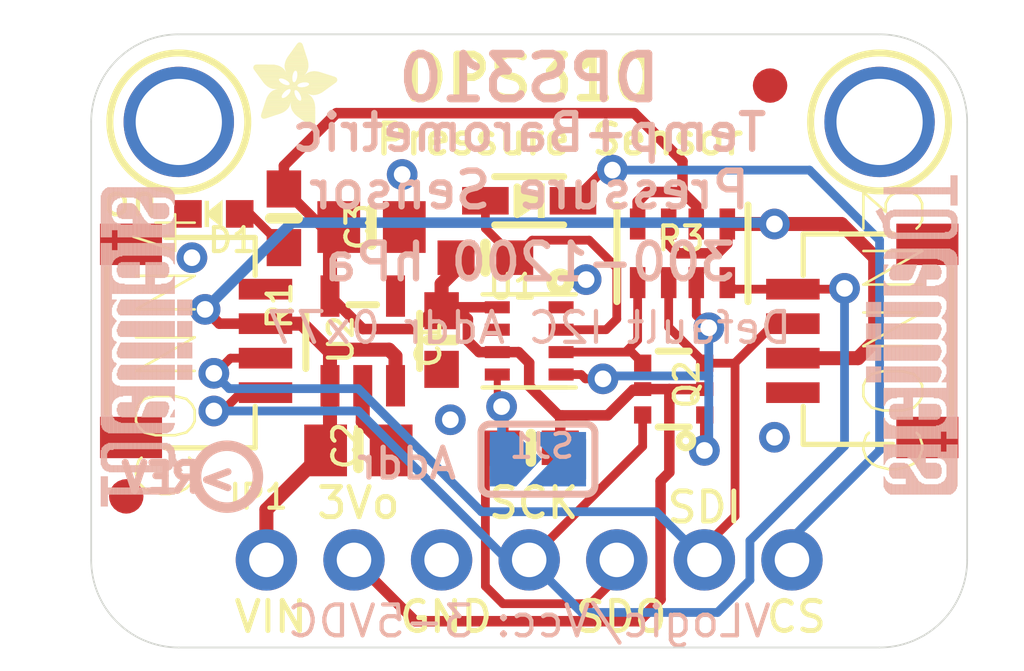
<source format=kicad_pcb>
(kicad_pcb (version 20211014) (generator pcbnew)
  (layers (0 "F.Cu" signal) (31 "B.Cu" signal) (34 "B.Paste" user) (35 "F.Paste" user) (36 "B.SilkS" user "B.Silkscreen") (37 "F.SilkS" user "F.Silkscreen") (38 "B.Mask" user) (39 "F.Mask" user) (44 "Edge.Cuts" user))
  (net 0 "")
  (net 1 "GND")
  (net 2 "3.3V")
  (net 3 "VCC")
  (net 4 "N$1")
  (net 5 "SDI_3V")
  (net 6 "SCK_3V")
  (net 7 "CS_3V")
  (net 8 "SDO/ADR")
  (net 9 "SDI/SDA")
  (net 10 "SCK/SCL")
  (net 11 "CS")
  (footprint "boardEagle:ADAFRUIT_2.5MM" (layer "F.Cu") (at 140.5001 98.7806)
    (fp_text reference "U$4" hide)
    (fp_text value "" hide)
  )
  (footprint "boardEagle:RESPACK_4X0603" (layer "F.Cu") (at 152.9461 102.4636 180)
    (fp_text reference "R3" (at -0.711 0.432) (layer "F.SilkS") (effects (font (size 0.692831 0.692831) (thickness 0.119969)) (justify right)))
    (fp_text value "10K")
    (pad "1" smd rect (at -1.3 0.85 180) (size 0.45 0.9) (layers "F.Cu" "F.Paste" "F.Mask") (net 3 "VCC"))
    (pad "2" smd rect (at -0.4 0.85 180) (size 0.45 0.9) (layers "F.Cu" "F.Paste" "F.Mask") (net 2 "3.3V"))
    (pad "3" smd rect (at 0.4 0.85 180) (size 0.45 0.9) (layers "F.Cu" "F.Paste" "F.Mask") (net 3 "VCC"))
    (pad "4" smd rect (at 1.3 0.85 180) (size 0.45 0.9) (layers "F.Cu" "F.Paste" "F.Mask") (net 2 "3.3V"))
    (pad "5" smd rect (at 1.3 -0.85 180) (size 0.45 0.9) (layers "F.Cu" "F.Paste" "F.Mask") (net 5 "SDI_3V"))
    (pad "6" smd rect (at 0.4 -0.85 180) (size 0.45 0.9) (layers "F.Cu" "F.Paste" "F.Mask") (net 9 "SDI/SDA"))
    (pad "7" smd rect (at -0.4 -0.85 180) (size 0.45 0.9) (layers "F.Cu" "F.Paste" "F.Mask") (net 6 "SCK_3V"))
    (pad "8" smd rect (at -1.3 -0.85 180) (size 0.45 0.9) (layers "F.Cu" "F.Paste" "F.Mask") (net 10 "SCK/SCL"))
  )
  (footprint "boardEagle:0805-NO" (layer "F.Cu") (at 143.9291 101.7016)
    (fp_text reference "C3" (at -0.381 -0.762 90) (layer "F.SilkS") (effects (font (size 0.692831 0.692831) (thickness 0.119969)) (justify right)))
    (fp_text value "10uF")
    (pad "1" smd rect (at -0.95 0) (size 1.24 1.5) (layers "F.Cu" "F.Paste" "F.Mask") (net 2 "3.3V"))
    (pad "2" smd rect (at 0.95 0) (size 1.24 1.5) (layers "F.Cu" "F.Paste" "F.Mask") (net 1 "GND"))
  )
  (footprint "" (layer "F.Cu") (at 138.3411 111.3536)
    (fp_text reference "@HOLE0" hide)
    (fp_text value "" (at 0 0) (layer "F.SilkS") (effects (font (size 1.27 1.27))))
    (pad "" np_thru_hole circle (at 0 0) (size 2.54 2.54) (drill 2.54) (layers *.Cu *.Mask))
  )
  (footprint "boardEagle:1X07_ROUND_70" (layer "F.Cu") (at 148.5011 111.3536)
    (fp_text reference "JP1" (at -8.9662 -1.8288) (layer "F.SilkS") (effects (font (size 0.692831 0.692831) (thickness 0.119969)) (justify left)))
    (fp_text value "")
    (pad "1" thru_hole circle (at -7.62 0 90) (size 1.778 1.778) (drill 1) (layers *.Cu *.Mask) (net 3 "VCC"))
    (pad "2" thru_hole circle (at -5.08 0 90) (size 1.778 1.778) (drill 1) (layers *.Cu *.Mask) (net 2 "3.3V"))
    (pad "3" thru_hole circle (at -2.54 0 90) (size 1.778 1.778) (drill 1) (layers *.Cu *.Mask) (net 1 "GND"))
    (pad "4" thru_hole circle (at 0 0 90) (size 1.778 1.778) (drill 1) (layers *.Cu *.Mask) (net 10 "SCK/SCL"))
    (pad "5" thru_hole circle (at 2.54 0 90) (size 1.778 1.778) (drill 1) (layers *.Cu *.Mask) (net 8 "SDO/ADR"))
    (pad "6" thru_hole circle (at 5.08 0 90) (size 1.778 1.778) (drill 1) (layers *.Cu *.Mask) (net 9 "SDI/SDA"))
    (pad "7" thru_hole circle (at 7.62 0 90) (size 1.778 1.778) (drill 1) (layers *.Cu *.Mask) (net 11 "CS"))
  )
  (footprint "boardEagle:FIDUCIAL_1MM" (layer "F.Cu") (at 136.8171 109.5121)
    (fp_text reference "FID3" hide)
    (fp_text value "FIDUCIAL_1MM" hide)
    (pad "1" smd roundrect (at 0 0) (size 1 1) (layers "F.Cu" "F.Mask") (roundrect_rratio 0.5))
  )
  (footprint "boardEagle:0805-NO" (layer "F.Cu") (at 143.5481 108.1786)
    (fp_text reference "C2" (at -0.381 -0.889 90) (layer "F.SilkS") (effects (font (size 0.692831 0.692831) (thickness 0.119969)) (justify right)))
    (fp_text value "10uF")
    (pad "1" smd rect (at -0.95 0) (size 1.24 1.5) (layers "F.Cu" "F.Paste" "F.Mask") (net 3 "VCC"))
    (pad "2" smd rect (at 0.95 0) (size 1.24 1.5) (layers "F.Cu" "F.Paste" "F.Mask") (net 1 "GND"))
  )
  (footprint "boardEagle:SOT363" (layer "F.Cu") (at 152.6921 106.4006 90)
    (fp_text reference "Q2" (at -0.635 0.381 90) (layer "F.SilkS") (effects (font (size 0.692831 0.692831) (thickness 0.119969)) (justify left)))
    (fp_text value "BSS138")
    (pad "1" smd rect (at -0.75 0.9 90) (size 0.5 0.5) (layers "F.Cu" "F.Paste" "F.Mask") (net 6 "SCK_3V"))
    (pad "2" smd rect (at 0 0.9 90) (size 0.4 0.5) (layers "F.Cu" "F.Paste" "F.Mask") (net 2 "3.3V"))
    (pad "3" smd rect (at 0.75 0.9 90) (size 0.5 0.5) (layers "F.Cu" "F.Paste" "F.Mask") (net 9 "SDI/SDA"))
    (pad "4" smd rect (at 0.75 -0.9 90) (size 0.5 0.5) (layers "F.Cu" "F.Paste" "F.Mask") (net 5 "SDI_3V"))
    (pad "5" smd rect (at 0 -0.9 90) (size 0.4 0.5) (layers "F.Cu" "F.Paste" "F.Mask") (net 2 "3.3V"))
    (pad "6" smd rect (at -0.75 -0.9 90) (size 0.5 0.5) (layers "F.Cu" "F.Paste" "F.Mask") (net 10 "SCK/SCL"))
  )
  (footprint "boardEagle:SOT23-5" (layer "F.Cu") (at 143.6751 105.0036)
    (fp_text reference "U2" (at -0.635 -0.816 90) (layer "F.SilkS") (effects (font (size 0.692831 0.692831) (thickness 0.119969)) (justify right)))
    (fp_text value "AP2112K-3.3")
    (pad "1" smd rect (at -0.95 1.3001) (size 0.55 1.2) (layers "F.Cu" "F.Paste" "F.Mask") (net 3 "VCC"))
    (pad "2" smd rect (at 0 1.3001) (size 0.55 1.2) (layers "F.Cu" "F.Paste" "F.Mask") (net 1 "GND"))
    (pad "3" smd rect (at 0.95 1.3001) (size 0.55 1.2) (layers "F.Cu" "F.Paste" "F.Mask") (net 3 "VCC"))
    (pad "4" smd rect (at 0.95 -1.3001) (size 0.55 1.2) (layers "F.Cu" "F.Paste" "F.Mask"))
    (pad "5" smd rect (at -0.95 -1.3001) (size 0.55 1.2) (layers "F.Cu" "F.Paste" "F.Mask") (net 2 "3.3V"))
  )
  (footprint "" (layer "F.Cu") (at 158.6611 111.3536)
    (fp_text reference "@HOLE1" hide)
    (fp_text value "" (at 0 0) (layer "F.SilkS") (effects (font (size 1.27 1.27))))
    (pad "" np_thru_hole circle (at 0 0) (size 2.54 2.54) (drill 2.54) (layers *.Cu *.Mask))
  )
  (footprint "boardEagle:0603-NO" (layer "F.Cu") (at 145.9611 104.9782 -90)
    (fp_text reference "C1" (at -0.635 0.381 90) (layer "F.SilkS") (effects (font (size 0.692831 0.692831) (thickness 0.119969)) (justify right)))
    (fp_text value "0.1uF")
    (pad "1" smd rect (at -0.85 0 270) (size 1.075 1) (layers "F.Cu" "F.Paste" "F.Mask") (net 2 "3.3V"))
    (pad "2" smd rect (at 0.85 0 270) (size 1.075 1) (layers "F.Cu" "F.Paste" "F.Mask") (net 1 "GND"))
  )
  (footprint "boardEagle:0603-NO" (layer "F.Cu") (at 148.5519 108.1024)
    (fp_text reference "R4" hide)
    (fp_text value "10K")
    (pad "1" smd rect (at -0.85 0) (size 1.075 1) (layers "F.Cu" "F.Paste" "F.Mask") (net 8 "SDO/ADR"))
    (pad "2" smd rect (at 0.85 0) (size 1.075 1) (layers "F.Cu" "F.Paste" "F.Mask") (net 2 "3.3V"))
  )
  (footprint "boardEagle:JST_SH4" (layer "F.Cu") (at 138.3411 105.0036 -90)
    (fp_text reference "CONN4" (at -3.965 0.323 90) (layer "F.SilkS") (effects (font (size 1.703222 1.703222) (thickness 0.074778)) (justify right)))
    (fp_text value "STEMMA_I2C_QT" hide)
    (pad "1" smd rect (at -1.5 -2.514) (size 1.55 0.6) (layers "F.Cu" "F.Paste" "F.Mask") (net 1 "GND"))
    (pad "2" smd rect (at -0.5 -2.514) (size 1.55 0.6) (layers "F.Cu" "F.Paste" "F.Mask") (net 3 "VCC"))
    (pad "3" smd rect (at 0.5 -2.514) (size 1.55 0.6) (layers "F.Cu" "F.Paste" "F.Mask") (net 9 "SDI/SDA"))
    (pad "4" smd rect (at 1.5 -2.514) (size 1.55 0.6) (layers "F.Cu" "F.Paste" "F.Mask") (net 10 "SCK/SCL"))
    (pad "MT1" smd rect (at -2.8 1.386) (size 1.8 1.2) (layers "F.Cu" "F.Paste" "F.Mask"))
    (pad "MT2" smd rect (at 2.8 1.386) (size 1.8 1.2) (layers "F.Cu" "F.Paste" "F.Mask"))
  )
  (footprint "boardEagle:FIDUCIAL_1MM" (layer "F.Cu") (at 155.4861 97.5995)
    (fp_text reference "FID4" hide)
    (fp_text value "FIDUCIAL_1MM" hide)
    (pad "1" smd roundrect (at 0 0) (size 1 1) (layers "F.Cu" "F.Mask") (roundrect_rratio 0.5))
  )
  (footprint "boardEagle:0603-NO" (layer "F.Cu") (at 147.2311 102.5906 180)
    (fp_text reference "R5" hide)
    (fp_text value "10K")
    (pad "1" smd rect (at -0.85 0 180) (size 1.075 1) (layers "F.Cu" "F.Paste" "F.Mask") (net 7 "CS_3V"))
    (pad "2" smd rect (at 0.85 0 180) (size 1.075 1) (layers "F.Cu" "F.Paste" "F.Mask") (net 2 "3.3V"))
  )
  (footprint "boardEagle:CHIPLED_0603_NOOUTLINE" (layer "F.Cu") (at 139.3571 101.3206 90)
    (fp_text reference "D1" (at -0.762 1.27) (layer "F.SilkS") (effects (font (size 0.692831 0.692831) (thickness 0.119969)) (justify right)))
    (fp_text value "GREEN")
    (pad "A" smd rect (at 0 0.75 90) (size 0.8 0.8) (layers "F.Cu" "F.Paste" "F.Mask") (net 4 "N$1"))
    (pad "C" smd rect (at 0 -0.75 90) (size 0.8 0.8) (layers "F.Cu" "F.Paste" "F.Mask") (net 1 "GND"))
  )
  (footprint "boardEagle:0603-NO" (layer "F.Cu") (at 141.3891 101.4476 -90)
    (fp_text reference "R1" (at 1.778 0.127 90) (layer "F.SilkS") (effects (font (size 0.692831 0.692831) (thickness 0.119969)) (justify right)))
    (fp_text value "10K")
    (pad "1" smd rect (at -0.85 0 270) (size 1.075 1) (layers "F.Cu" "F.Paste" "F.Mask") (net 2 "3.3V"))
    (pad "2" smd rect (at 0.85 0 270) (size 1.075 1) (layers "F.Cu" "F.Paste" "F.Mask") (net 4 "N$1"))
  )
  (footprint "boardEagle:SOD-323" (layer "F.Cu") (at 148.5011 100.9396 180)
    (fp_text reference "D2" hide)
    (fp_text value "1N4148")
    (pad "A" smd rect (at 1.27 0 180) (size 1.35 0.8) (layers "F.Cu" "F.Paste" "F.Mask") (net 7 "CS_3V"))
    (pad "C" smd rect (at -1.27 0 180) (size 1.35 0.8) (layers "F.Cu" "F.Paste" "F.Mask") (net 11 "CS"))
  )
  (footprint "boardEagle:MOUNTINGHOLE_2.5_PLATED" (layer "F.Cu") (at 158.6611 98.6536)
    (fp_text reference "U$17" hide)
    (fp_text value "MOUNTINGHOLE2.5" hide)
    (pad "P$1" thru_hole circle (at 0 0) (size 3.2 3.2) (drill 2.5) (layers *.Cu *.Mask))
  )
  (footprint "boardEagle:MOUNTINGHOLE_2.5_PLATED" (layer "F.Cu") (at 138.3411 98.6536)
    (fp_text reference "U$1" hide)
    (fp_text value "MOUNTINGHOLE2.5" hide)
    (pad "P$1" thru_hole circle (at 0 0) (size 3.2 3.2) (drill 2.5) (layers *.Cu *.Mask))
  )
  (footprint "boardEagle:JST_SH4" (layer "F.Cu") (at 158.6611 105.0036 90)
    (fp_text reference "CONN3" (at -4.092 0.45 90) (layer "F.SilkS") (effects (font (size 1.703222 1.703222) (thickness 0.074778)) (justify left)))
    (fp_text value "STEMMA_I2C_QT" hide)
    (pad "1" smd rect (at -1.5 -2.514 180) (size 1.55 0.6) (layers "F.Cu" "F.Paste" "F.Mask") (net 1 "GND"))
    (pad "2" smd rect (at -0.5 -2.514 180) (size 1.55 0.6) (layers "F.Cu" "F.Paste" "F.Mask") (net 3 "VCC"))
    (pad "3" smd rect (at 0.5 -2.514 180) (size 1.55 0.6) (layers "F.Cu" "F.Paste" "F.Mask") (net 9 "SDI/SDA"))
    (pad "4" smd rect (at 1.5 -2.514 180) (size 1.55 0.6) (layers "F.Cu" "F.Paste" "F.Mask") (net 10 "SCK/SCL"))
    (pad "MT1" smd rect (at -2.8 1.386 180) (size 1.8 1.2) (layers "F.Cu" "F.Paste" "F.Mask"))
    (pad "MT2" smd rect (at 2.8 1.386 180) (size 1.8 1.2) (layers "F.Cu" "F.Paste" "F.Mask"))
  )
  (footprint "boardEagle:BMX280_COMBO" (layer "F.Cu") (at 148.5011 105.0036)
    (fp_text reference "U1" (at -1.26 -1.568) (layer "F.SilkS") (effects (font (size 0.692831 0.692831) (thickness 0.119969)) (justify left)))
    (fp_text value "")
    (pad "1" smd rect (at 0.925 -0.975) (size 0.725 0.35) (layers "F.Cu" "F.Paste" "F.Mask") (net 1 "GND"))
    (pad "2" smd rect (at 0.925 -0.325) (size 0.725 0.35) (layers "F.Cu" "F.Paste" "F.Mask") (net 7 "CS_3V"))
    (pad "3" smd rect (at 0.925 0.325) (size 0.725 0.35) (layers "F.Cu" "F.Paste" "F.Mask") (net 5 "SDI_3V"))
    (pad "4" smd rect (at 0.925 0.975) (size 0.725 0.35) (layers "F.Cu" "F.Paste" "F.Mask") (net 6 "SCK_3V"))
    (pad "5" smd rect (at -0.925 0.975) (size 0.725 0.35) (layers "F.Cu" "F.Paste" "F.Mask") (net 8 "SDO/ADR"))
    (pad "6" smd rect (at -0.925 0.325) (size 0.725 0.35) (layers "F.Cu" "F.Paste" "F.Mask") (net 2 "3.3V"))
    (pad "7" smd rect (at -0.925 -0.325) (size 0.725 0.35) (layers "F.Cu" "F.Paste" "F.Mask") (net 1 "GND"))
    (pad "8" smd rect (at -0.925 -0.975) (size 0.725 0.35) (layers "F.Cu" "F.Paste" "F.Mask") (net 2 "3.3V"))
  )
  (footprint "boardEagle:STEMMAQT" (layer "B.Cu") (at 158.2801 109.4486 90)
    (fp_text reference "U$30" hide)
    (fp_text value "" hide)
  )
  (footprint "boardEagle:SOLDERJUMPER_ARROW_NOPASTE" (layer "B.Cu") (at 148.7551 108.4326)
    (fp_text reference "SJ1" (at -0.889 -0.381) (layer "B.SilkS") (effects (font (size 0.692831 0.692831) (thickness 0.119969)) (justify right mirror)))
    (fp_text value "")
    (fp_poly (pts (xy 1.3946 -0.7882) (xy -0.315893 -0.7882) (xy 0.443148 0) (xy -0.315893 0.7882) (xy 1.3946 0.7882)) (layer "B.Cu") (width 0) (fill solid))
    (fp_poly (pts (xy 0.106121 -0.002663) (xy -0.679416 -0.7882) (xy -1.3946 -0.7882) (xy -1.3946 0.7882) (xy -0.62715 0.7882)) (layer "B.Cu") (width 0) (fill solid))
    (pad "1" smd roundrect (at -1.016 0) (size 0.762 1.524) (layers "B.Cu") (net 8 "SDO/ADR"))
    (pad "2" smd roundrect (at 1.016 0) (size 0.762 1.524) (layers "B.Cu") (net 1 "GND"))
  )
  (footprint "boardEagle:PCBFEAT-REV-040" (layer "B.Cu") (at 139.7381 108.9406 180)
    (fp_text reference "U$25" hide)
    (fp_text value "" hide)
    (fp_text user ">REV" (at -0.3556 -0.508) (layer "B.SilkS") (effects (font (size 0.8128 0.8128) (thickness 0.2032)) (justify left bottom mirror)))
  )
  (footprint "boardEagle:STEMMAQT" (layer "B.Cu") (at 138.7221 100.5586 -90)
    (fp_text reference "U$31" hide)
    (fp_text value "" hide)
  )
  (gr_arc (start 135.8011 98.6536) (mid 136.545049 96.857549) (end 138.3411 96.1136) (layer "Edge.Cuts") (width 0.05))
  (gr_line (start 158.6611 96.1136) (end 138.3411 96.1136) (layer "Edge.Cuts") (width 0.05))
  (gr_arc (start 138.3411 113.8936) (mid 136.545049 113.149651) (end 135.8011 111.3536) (layer "Edge.Cuts") (width 0.05))
  (gr_line (start 138.3411 113.8936) (end 158.6611 113.8936) (layer "Edge.Cuts") (width 0.05))
  (gr_arc (start 161.2011 111.3536) (mid 160.457151 113.149651) (end 158.6611 113.8936) (layer "Edge.Cuts") (width 0.05))
  (gr_line (start 135.8011 98.6536) (end 135.8011 111.3536) (layer "Edge.Cuts") (width 0.05))
  (gr_arc (start 158.6611 96.1136) (mid 160.457151 96.857549) (end 161.2011 98.6536) (layer "Edge.Cuts") (width 0.05))
  (gr_line (start 161.2011 111.3536) (end 161.2011 98.6536) (layer "Edge.Cuts") (width 0.05))
  (gr_text "Default I2C Addr 0x77" (at 148.5011 104.6226) (layer "B.SilkS") (effects (font (size 0.89408 0.89408) (thickness 0.12192)) (justify mirror)))
  (gr_text "VLogic/Vcc: 3-5VDC" (at 148.5011 113.1316) (layer "B.SilkS") (effects (font (size 0.89408 0.89408) (thickness 0.12192)) (justify mirror)))
  (gr_text "Temp+Barometric\nPressure Sensor" (at 148.5011 99.7966) (layer "B.SilkS") (effects (font (size 1.03632 1.03632) (thickness 0.18288)) (justify mirror)))
  (gr_text "300-1200 hPa" (at 148.5011 102.7176) (layer "B.SilkS") (effects (font (size 1.03632 1.03632) (thickness 0.18288)) (justify mirror)))
  (gr_text "Addr" (at 144.9451 108.5596) (layer "B.SilkS") (effects (font (size 0.8636 0.8636) (thickness 0.1524)) (justify mirror)))
  (gr_text "DPS310" (at 148.5011 97.3836) (layer "B.SilkS") (effects (font (size 1.2954 1.2954) (thickness 0.2286)) (justify mirror)))
  (gr_text "GND" (at 146.0881 113.0046) (layer "F.SilkS") (effects (font (size 0.87376 0.87376) (thickness 0.14224))))
  (gr_text "SCK" (at 148.6281 109.7026) (layer "F.SilkS") (effects (font (size 0.87376 0.87376) (thickness 0.14224))))
  (gr_text "VIN" (at 141.0081 113.0046) (layer "F.SilkS") (effects (font (size 0.87376 0.87376) (thickness 0.14224))))
  (gr_text "SDI" (at 153.5811 109.8296) (layer "F.SilkS") (effects (font (size 0.87376 0.87376) (thickness 0.14224))))
  (gr_text "DPS310" (at 148.5011 97.3836) (layer "F.SilkS") (effects (font (size 1.25222 1.25222) (thickness 0.22098))))
  (gr_text "Pressure Sensor" (at 149.3901 99.1616) (layer "F.SilkS") (effects (font (size 0.8636 0.8636) (thickness 0.1524))))
  (gr_text "on" (at 136.0551 101.4476) (layer "F.SilkS") (effects (font (size 0.89408 0.89408) (thickness 0.12192)) (justify left bottom)))
  (gr_text "CS" (at 156.2481 113.0046) (layer "F.SilkS") (effects (font (size 0.87376 0.87376) (thickness 0.14224))))
  (gr_text "3Vo" (at 143.5481 109.7026) (layer "F.SilkS") (effects (font (size 0.87376 0.87376) (thickness 0.14224))))
  (gr_text "SDO" (at 151.1681 113.0046) (layer "F.SilkS") (effects (font (size 0.87376 0.87376) (thickness 0.14224))))
  (segment (start 143.6751 107.3556) (end 144.4981 108.1786) (width 0.4064) (layer "F.Cu") (net 1))
  (segment (start 143.6751 106.3037) (end 143.6751 107.3556) (width 0.4064) (layer "F.Cu") (net 1))
  (via (at 146.2151 107.2896) (size 0.889) (drill 0.4826) (layers "F.Cu" "B.Cu") (net 1))
  (via (at 150.1521 103.2256) (size 0.889) (drill 0.4826) (layers "F.Cu" "B.Cu") (net 1))
  (via (at 144.8181 100.1776) (size 0.889) (drill 0.4826) (layers "F.Cu" "B.Cu") (net 1))
  (via (at 155.6131 107.7976) (size 0.889) (drill 0.4826) (layers "F.Cu" "B.Cu") (net 1))
  (via (at 138.7221 102.5906) (size 0.889) (drill 0.4826) (layers "F.Cu" "B.Cu") (net 1))
  (segment (start 146.4827 104.1282) (end 145.9611 104.1282) (width 0.3048) (layer "F.Cu") (net 2))
  (segment (start 152.5651 106.4006) (end 153.5921 106.4006) (width 0.3048) (layer "F.Cu") (net 2))
  (segment (start 151.7921 106.4006) (end 151.7747 106.418) (width 0.3048) (layer "F.Cu") (net 2))
  (segment (start 152.3111 109.0676) (end 152.5651 108.8136) (width 0.3048) (layer "F.Cu") (net 2))
  (segment (start 151.6761 113.1316) (end 152.3111 112.4966) (width 0.3048) (layer "F.Cu") (net 2))
  (segment (start 152.9461 100.6856) (end 151.9301 100.6856) (width 0.3048) (layer "F.Cu") (net 2))
  (segment (start 141.3891 100.5976) (end 141.3891 99.9236) (width 0.3048) (layer "F.Cu") (net 2))
  (segment (start 151.5491 98.3996) (end 152.9461 99.7966) (width 0.3048) (layer "F.Cu") (net 2))
  (segment (start 142.7251 103.7035) (end 142.7251 101.9556) (width 0.4064) (layer "F.Cu") (net 2))
  (segment (start 141.3891 99.9236) (end 142.9131 98.3996) (width 0.3048) (layer "F.Cu") (net 2))
  (segment (start 145.1991 113.1316) (end 151.6761 113.1316) (width 0.3048) (layer "F.Cu") (net 2))
  (segment (start 152.9461 99.7966) (end 152.9461 100.6856) (width 0.3048) (layer "F.Cu") (net 2))
  (segment (start 147.0481 105.3286) (end 147.5761 105.3286) (width 0.3048) (layer "F.Cu") (net 2))
  (segment (start 153.3461 101.0856) (end 152.9461 100.6856) (width 0.3048) (layer "F.Cu") (net 2))
  (segment (start 146.0607 104.0286) (end 145.9611 104.1282) (width 0.3048) (layer "F.Cu") (net 2))
  (segment (start 151.6461 100.9696) (end 151.6461 101.6136) (width 0.3048) (layer "F.Cu") (net 2))
  (segment (start 146.7231 104.3686) (end 146.4827 104.1282) (width 0.3048) (layer "F.Cu") (net 2))
  (segment (start 151.521806 106.418) (end 150.777206 107.1626) (width 0.3048) (layer "F.Cu") (net 2))
  (segment (start 147.5761 104.0286) (end 146.0607 104.0286) (width 0.3048) (layer "F.Cu") (net 2))
  (segment (start 149.4019 107.2134) (end 149.4527 107.1626) (width 0.3048) (layer "F.Cu") (net 2))
  (segment (start 145.9611 103.3526) (end 146.3811 102.9326) (width 0.4064) (layer "F.Cu") (net 2))
  (segment (start 148.5011 105.6386) (end 148.1911 105.3286) (width 0.3048) (layer "F.Cu") (net 2))
  (segment (start 146.7231 105.0036) (end 147.0481 105.3286) (width 0.3048) (layer "F.Cu") (net 2))
  (segment (start 149.4527 107.1626) (end 150.777206 107.1626) (width 0.3048) (layer "F.Cu") (net 2))
  (segment (start 143.4211 111.3536) (end 145.1991 113.1316) (width 0.3048) (layer "F.Cu") (net 2))
  (segment (start 148.5011 105.6386) (end 148.5011 106.3126) (width 0.3048) (layer "F.Cu") (net 2))
  (segment (start 152.3111 112.4966) (end 152.3111 109.0676) (width 0.3048) (layer "F.Cu") (net 2))
  (segment (start 142.4931 101.7016) (end 142.9791 101.7016) (width 0.3048) (layer "F.Cu") (net 2))
  (segment (start 151.9301 100.6856) (end 151.6461 100.9696) (width 0.3048) (layer "F.Cu") (net 2))
  (segment (start 142.7251 101.9556) (end 142.9791 101.7016) (width 0.4064) (layer "F.Cu") (net 2))
  (segment (start 143.6807 104.6591) (end 145.1762 104.6591) (width 0.3048) (layer "F.Cu") (net 2))
  (segment (start 145.7071 104.1282) (end 145.1762 104.6591) (width 0.3048) (layer "F.Cu") (net 2))
  (segment (start 145.9611 104.1282) (end 145.9611 103.3526) (width 0.4064) (layer "F.Cu") (net 2))
  (segment (start 153.3461 101.6136) (end 153.3461 101.0856) (width 0.3048) (layer "F.Cu") (net 2))
  (segment (start 142.9131 98.3996) (end 151.5491 98.3996) (width 0.3048) (layer "F.Cu") (net 2))
  (segment (start 146.7231 105.0036) (end 146.7231 104.3686) (width 0.3048) (layer "F.Cu") (net 2))
  (segment (start 149.4019 108.1024) (end 149.4019 107.2134) (width 0.3048) (layer "F.Cu") (net 2))
  (segment (start 148.1911 105.3286) (end 147.5761 105.3286) (width 0.3048) (layer "F.Cu") (net 2))
  (segment (start 151.7747 106.418) (end 151.521806 106.418) (width 0.3048) (layer "F.Cu") (net 2))
  (segment (start 146.3811 102.9326) (end 146.3811 102.5906) (width 0.4064) (layer "F.Cu") (net 2))
  (segment (start 141.3891 100.5976) (end 142.4931 101.7016) (width 0.3048) (layer "F.Cu") (net 2))
  (segment (start 145.7071 104.1282) (end 145.9611 104.1282) (width 0.3048) (layer "F.Cu") (net 2))
  (segment (start 151.7921 106.4006) (end 152.5651 106.4006) (width 0.3048) (layer "F.Cu") (net 2))
  (segment (start 142.7251 103.7035) (end 143.6807 104.6591) (width 0.3048) (layer "F.Cu") (net 2))
  (segment (start 152.5651 108.8136) (end 152.5651 106.4006) (width 0.3048) (layer "F.Cu") (net 2))
  (segment (start 149.4019 107.2134) (end 148.5011 106.3126) (width 0.3048) (layer "F.Cu") (net 2))
  (segment (start 144.4371 105.2576) (end 142.7861 105.2576) (width 0.4064) (layer "F.Cu") (net 3))
  (segment (start 158.5341 102.5906) (end 158.5341 105.0036) (width 0.4064) (layer "F.Cu") (net 3))
  (segment (start 140.8811 109.8956) (end 142.5981 108.1786) (width 0.4064) (layer "F.Cu") (net 3))
  (segment (start 144.6251 106.3037) (end 144.6251 105.4456) (width 0.4064) (layer "F.Cu") (net 3))
  (segment (start 142.7861 105.2576) (end 142.7251 105.3186) (width 0.4064) (layer "F.Cu") (net 3))
  (segment (start 140.8551 104.5036) (end 139.5175 104.5036) (width 0.3048) (layer "F.Cu") (net 3))
  (segment (start 152.5461 102.1906) (end 152.8191 102.4636) (width 0.3048) (layer "F.Cu") (net 3))
  (segment (start 152.5461 101.6136) (end 152.5461 102.1906) (width 0.3048) (layer "F.Cu") (net 3))
  (segment (start 139.5175 104.5036) (end 139.1031 104.0892) (width 0.3048) (layer "F.Cu") (net 3))
  (segment (start 154.2461 101.6136) (end 155.6131 101.6136) (width 0.4064) (layer "F.Cu") (net 3))
  (segment (start 140.8811 111.3536) (end 140.8811 109.8956) (width 0.4064) (layer "F.Cu") (net 3))
  (segment (start 142.7251 106.3037) (end 142.7251 108.0516) (width 0.4064) (layer "F.Cu") (net 3))
  (segment (start 155.6131 101.6136) (end 157.5571 101.6136) (width 0.4064) (layer "F.Cu") (net 3))
  (segment (start 154.2461 102.1796) (end 154.2461 101.6136) (width 0.3048) (layer "F.Cu") (net 3))
  (segment (start 158.5341 105.0036) (end 158.0341 105.5036) (width 0.4064) (layer "F.Cu") (net 3))
  (segment (start 153.9621 102.4636) (end 154.2461 102.1796) (width 0.3048) (layer "F.Cu") (net 3))
  (segment (start 142.7251 105.3186) (end 142.7251 106.3037) (width 0.4064) (layer "F.Cu") (net 3))
  (segment (start 141.9101 104.5036) (end 142.7251 105.3186) (width 0.4064) (layer "F.Cu") (net 3))
  (segment (start 140.8551 104.5036) (end 141.9101 104.5036) (width 0.4064) (layer "F.Cu") (net 3))
  (segment (start 158.0341 105.5036) (end 156.1471 105.5036) (width 0.4064) (layer "F.Cu") (net 3))
  (segment (start 144.6251 105.4456) (end 144.4371 105.2576) (width 0.4064) (layer "F.Cu") (net 3))
  (segment (start 142.7251 108.0516) (end 142.5981 108.1786) (width 0.4064) (layer "F.Cu") (net 3))
  (segment (start 157.5571 101.6136) (end 158.5341 102.5906) (width 0.4064) (layer "F.Cu") (net 3))
  (segment (start 152.8191 102.4636) (end 153.9621 102.4636) (width 0.3048) (layer "F.Cu") (net 3))
  (via (at 139.1031 104.0892) (size 0.889) (drill 0.4826) (layers "F.Cu" "B.Cu") (net 3))
  (via (at 155.6131 101.6136) (size 0.889) (drill 0.4826) (layers "F.Cu" "B.Cu") (net 3))
  (segment (start 155.6131 101.5746) (end 155.6131 101.6136) (width 0.3048) (layer "B.Cu") (net 3))
  (segment (start 141.6177 101.5746) (end 155.6131 101.5746) (width 0.3048) (layer "B.Cu") (net 3))
  (segment (start 139.1031 104.0892) (end 141.6177 101.5746) (width 0.3048) (layer "B.Cu") (net 3))
  (segment (start 140.1071 101.3206) (end 140.4121 101.3206) (width 0.254) (layer "F.Cu") (net 4))
  (segment (start 140.4121 101.3206) (end 141.3891 102.2976) (width 0.254) (layer "F.Cu") (net 4))
  (segment (start 151.4701 105.3286) (end 151.7921 105.6506) (width 0.254) (layer "F.Cu") (net 5))
  (segment (start 149.4261 105.3286) (end 151.2951 105.3286) (width 0.254) (layer "F.Cu") (net 5))
  (segment (start 151.6461 104.9776) (end 151.2951 105.3286) (width 0.254) (layer "F.Cu") (net 5))
  (segment (start 151.2951 105.3286) (end 151.4701 105.3286) (width 0.254) (layer "F.Cu") (net 5))
  (segment (start 151.6461 103.3136) (end 151.6461 104.9776) (width 0.254) (layer "F.Cu") (net 5))
  (segment (start 149.4261 105.9786) (end 150.0077 105.9786) (width 0.254) (layer "F.Cu") (net 6))
  (segment (start 150.1324 106.1033) (end 150.6404 106.1033) (width 0.254) (layer "F.Cu") (net 6))
  (segment (start 153.3461 103.3136) (end 153.3461 104.2606) (width 0.254) (layer "F.Cu") (net 6))
  (segment (start 153.3461 104.2606) (end 153.7081 104.6226) (width 0.254) (layer "F.Cu") (net 6))
  (segment (start 153.5811 108.1786) (end 153.5811 107.1616) (width 0.254) (layer "F.Cu") (net 6))
  (segment (start 153.5811 107.1616) (end 153.5921 107.1506) (width 0.254) (layer "F.Cu") (net 6))
  (segment (start 150.0077 105.9786) (end 150.1324 106.1033) (width 0.254) (layer "F.Cu") (net 6))
  (via (at 150.6404 106.1033) (size 0.889) (drill 0.4826) (layers "F.Cu" "B.Cu") (net 6))
  (via (at 153.5811 108.1786) (size 0.889) (drill 0.4826) (layers "F.Cu" "B.Cu") (net 6))
  (via (at 153.7081 104.6226) (size 0.889) (drill 0.4826) (layers "F.Cu" "B.Cu") (net 6))
  (segment (start 150.6404 106.1033) (end 150.7241 106.0196) (width 0.254) (layer "B.Cu") (net 6))
  (segment (start 153.7081 104.6226) (end 153.7081 106.0196) (width 0.254) (layer "B.Cu") (net 6))
  (segment (start 153.7081 106.0196) (end 153.7081 108.0516) (width 0.254) (layer "B.Cu") (net 6))
  (segment (start 150.7241 106.0196) (end 153.7081 106.0196) (width 0.254) (layer "B.Cu") (net 6))
  (segment (start 153.7081 108.0516) (end 153.5811 108.1786) (width 0.254) (layer "B.Cu") (net 6))
  (segment (start 151.0411 104.3686) (end 151.0411 102.8836) (width 0.254) (layer "F.Cu") (net 7))
  (segment (start 150.2401 102.0826) (end 148.5891 102.0826) (width 0.254) (layer "F.Cu") (net 7))
  (segment (start 151.0411 104.3686) (end 150.7311 104.6786) (width 0.254) (layer "F.Cu") (net 7))
  (segment (start 151.0411 102.8836) (end 150.2401 102.0826) (width 0.254) (layer "F.Cu") (net 7))
  (segment (start 147.2311 100.9396) (end 147.2311 101.7406) (width 0.254) (layer "F.Cu") (net 7))
  (segment (start 148.5891 102.0826) (end 148.0811 102.5906) (width 0.254) (layer "F.Cu") (net 7))
  (segment (start 148.0811 102.5906) (end 147.2311 101.7406) (width 0.254) (layer "F.Cu") (net 7))
  (segment (start 150.7311 104.6786) (end 149.4261 104.6786) (width 0.254) (layer "F.Cu") (net 7))
  (segment (start 147.5761 105.9786) (end 147.5761 106.7086) (width 0.2032) (layer "F.Cu") (net 8))
  (segment (start 147.7761 106.9086) (end 147.7761 108.0282) (width 0.254) (layer "F.Cu") (net 8))
  (segment (start 147.7761 106.9086) (end 147.701 106.9086) (width 0.254) (layer "F.Cu") (net 8))
  (segment (start 147.7391 112.6236) (end 150.2791 112.6236) (width 0.254) (layer "F.Cu") (net 8))
  (segment (start 147.7019 108.1024) (end 147.2311 108.5732) (width 0.254) (layer "F.Cu") (net 8))
  (segment (start 147.7761 108.0282) (end 147.7019 108.1024) (width 0.254) (layer "F.Cu") (net 8))
  (segment (start 150.2791 112.6236) (end 151.0411 111.8616) (width 0.254) (layer "F.Cu") (net 8))
  (segment (start 151.0411 111.8616) (end 151.0411 111.3536) (width 0.254) (layer "F.Cu") (net 8))
  (segment (start 147.701 106.9086) (end 147.7011 106.9085) (width 0.254) (layer "F.Cu") (net 8))
  (segment (start 147.2311 112.1156) (end 147.7391 112.6236) (width 0.254) (layer "F.Cu") (net 8))
  (segment (start 147.2311 108.5732) (end 147.2311 112.1156) (width 0.254) (layer "F.Cu") (net 8))
  (segment (start 147.5761 106.7086) (end 147.7761 106.9086) (width 0.2032) (layer "F.Cu") (net 8))
  (via (at 147.701 106.9086) (size 0.889) (drill 0.4826) (layers "F.Cu" "B.Cu") (net 8))
  (segment (start 147.701 108.3945) (end 147.7391 108.4326) (width 0.254) (layer "B.Cu") (net 8))
  (segment (start 147.701 106.9086) (end 147.701 108.3945) (width 0.254) (layer "B.Cu") (net 8))
  (segment (start 140.8551 105.5036) (end 139.8391 105.5036) (width 0.254) (layer "F.Cu") (net 9))
  (segment (start 139.3993 105.9434) (end 139.3571 105.9434) (width 0.254) (layer "F.Cu") (net 9))
  (segment (start 139.8391 105.5036) (end 139.3993 105.9434) (width 0.254) (layer "F.Cu") (net 9))
  (segment (start 155.6051 104.5036) (end 154.4581 105.6506) (width 0.254) (layer "F.Cu") (net 9))
  (segment (start 154.4701 105.6626) (end 154.4581 105.6506) (width 0.254) (layer "F.Cu") (net 9))
  (segment (start 154.4701 110.0836) (end 154.4701 105.6626) (width 0.254) (layer "F.Cu") (net 9))
  (segment (start 153.5811 110.9726) (end 154.4701 110.0836) (width 0.254) (layer "F.Cu") (net 9))
  (segment (start 154.4581 105.6506) (end 153.5921 105.6506) (width 0.254) (layer "F.Cu") (net 9))
  (segment (start 152.5461 104.6046) (end 153.5921 105.6506) (width 0.254) (layer "F.Cu") (net 9))
  (segment (start 153.5811 111.3536) (end 153.5811 110.9726) (width 0.254) (layer "F.Cu") (net 9))
  (segment (start 152.5461 103.3136) (end 152.5461 104.6046) (width 0.254) (layer "F.Cu") (net 9))
  (segment (start 156.1471 104.5036) (end 155.6051 104.5036) (width 0.254) (layer "F.Cu") (net 9))
  (via (at 139.3571 105.9434) (size 0.889) (drill 0.4826) (layers "F.Cu" "B.Cu") (net 9))
  (segment (start 152.1841 109.9566) (end 153.5811 111.3536) (width 0.254) (layer "B.Cu") (net 9))
  (segment (start 143.546981 106.3879) (end 147.115681 109.9566) (width 0.254) (layer "B.Cu") (net 9))
  (segment (start 143.546981 106.3879) (end 139.8016 106.3879) (width 0.254) (layer "B.Cu") (net 9))
  (segment (start 147.115681 109.9566) (end 152.1841 109.9566) (width 0.254) (layer "B.Cu") (net 9))
  (segment (start 139.3571 105.9434) (end 139.8016 106.3879) (width 0.254) (layer "B.Cu") (net 9))
  (segment (start 156.1471 103.5036) (end 154.4361 103.5036) (width 0.254) (layer "F.Cu") (net 10))
  (segment (start 154.4361 103.5036) (end 154.2461 103.3136) (width 0.254) (layer "F.Cu") (net 10))
  (segment (start 139.6111 107.0356) (end 139.3571 107.0356) (width 0.254) (layer "F.Cu") (net 10))
  (segment (start 140.1431 106.5036) (end 139.6111 107.0356) (width 0.254) (layer "F.Cu") (net 10))
  (segment (start 156.1471 103.5036) (end 157.6211 103.5036) (width 0.254) (layer "F.Cu") (net 10))
  (segment (start 151.7921 108.0626) (end 148.5011 111.3536) (width 0.254) (layer "F.Cu") (net 10))
  (segment (start 157.6211 103.5036) (end 157.6451 103.4796) (width 0.254) (layer "F.Cu") (net 10))
  (segment (start 140.8551 106.5036) (end 140.1431 106.5036) (width 0.254) (layer "F.Cu") (net 10))
  (segment (start 151.7921 107.1506) (end 151.7921 108.0626) (width 0.254) (layer "F.Cu") (net 10))
  (via (at 139.3571 107.0356) (size 0.889) (drill 0.4826) (layers "F.Cu" "B.Cu") (net 10))
  (via (at 157.6451 103.4796) (size 0.889) (drill 0.4826) (layers "F.Cu" "B.Cu") (net 10))
  (segment (start 139.3571 107.0356) (end 143.5481 107.0356) (width 0.254) (layer "B.Cu") (net 10))
  (segment (start 147.8661 111.3536) (end 143.5481 107.0356) (width 0.254) (layer "B.Cu") (net 10))
  (segment (start 157.6451 103.4796) (end 157.6451 108.0516) (width 0.254) (layer "B.Cu") (net 10))
  (segment (start 148.5011 111.3536) (end 150.0251 112.8776) (width 0.254) (layer "B.Cu") (net 10))
  (segment (start 147.8661 111.3536) (end 148.5011 111.3536) (width 0.254) (layer "B.Cu") (net 10))
  (segment (start 154.9019 111.9378) (end 154.9019 110.7948) (width 0.254) (layer "B.Cu") (net 10))
  (segment (start 153.9621 112.8776) (end 154.9019 111.9378) (width 0.254) (layer "B.Cu") (net 10))
  (segment (start 154.9019 110.7948) (end 157.6451 108.0516) (width 0.254) (layer "B.Cu") (net 10))
  (segment (start 150.0251 112.8776) (end 153.9621 112.8776) (width 0.254) (layer "B.Cu") (net 10))
  (segment (start 149.7711 100.9396) (end 150.6601 100.0506) (width 0.254) (layer "F.Cu") (net 11))
  (segment (start 150.6601 100.0506) (end 150.9141 100.0506) (width 0.254) (layer "F.Cu") (net 11))
  (via (at 150.9141 100.0506) (size 0.889) (drill 0.4826) (layers "F.Cu" "B.Cu") (net 11))
  (segment (start 158.6611 108.1786) (end 156.1211 110.7186) (width 0.254) (layer "B.Cu") (net 11))
  (segment (start 158.6611 102.0826) (end 158.6611 108.1786) (width 0.254) (layer "B.Cu") (net 11))
  (segment (start 156.1211 110.7186) (end 156.1211 111.3536) (width 0.254) (layer "B.Cu") (net 11))
  (segment (start 150.9141 100.0506) (end 156.6291 100.0506) (width 0.254) (layer "B.Cu") (net 11))
  (segment (start 156.6291 100.0506) (end 158.6611 102.0826) (width 0.254) (layer "B.Cu") (net 11))
)
</source>
